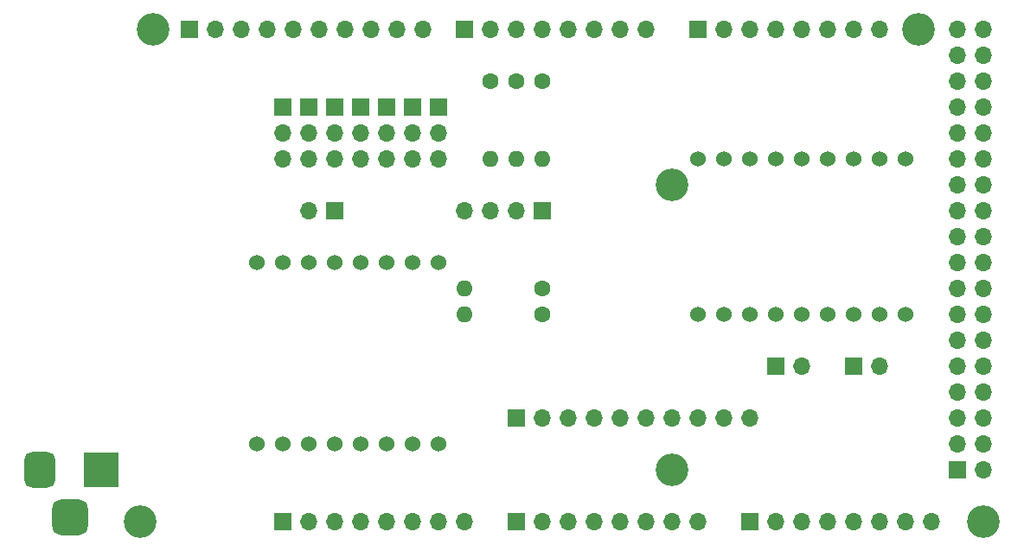
<source format=gbr>
%TF.GenerationSoftware,KiCad,Pcbnew,8.0.8*%
%TF.CreationDate,2025-01-28T02:14:56+09:00*%
%TF.ProjectId,mega_cir,6d656761-5f63-4697-922e-6b696361645f,rev?*%
%TF.SameCoordinates,Original*%
%TF.FileFunction,Soldermask,Top*%
%TF.FilePolarity,Negative*%
%FSLAX46Y46*%
G04 Gerber Fmt 4.6, Leading zero omitted, Abs format (unit mm)*
G04 Created by KiCad (PCBNEW 8.0.8) date 2025-01-28 02:14:56*
%MOMM*%
%LPD*%
G01*
G04 APERTURE LIST*
G04 Aperture macros list*
%AMRoundRect*
0 Rectangle with rounded corners*
0 $1 Rounding radius*
0 $2 $3 $4 $5 $6 $7 $8 $9 X,Y pos of 4 corners*
0 Add a 4 corners polygon primitive as box body*
4,1,4,$2,$3,$4,$5,$6,$7,$8,$9,$2,$3,0*
0 Add four circle primitives for the rounded corners*
1,1,$1+$1,$2,$3*
1,1,$1+$1,$4,$5*
1,1,$1+$1,$6,$7*
1,1,$1+$1,$8,$9*
0 Add four rect primitives between the rounded corners*
20,1,$1+$1,$2,$3,$4,$5,0*
20,1,$1+$1,$4,$5,$6,$7,0*
20,1,$1+$1,$6,$7,$8,$9,0*
20,1,$1+$1,$8,$9,$2,$3,0*%
G04 Aperture macros list end*
%ADD10R,1.700000X1.700000*%
%ADD11O,1.700000X1.700000*%
%ADD12C,1.524000*%
%ADD13C,1.600000*%
%ADD14O,1.600000X1.600000*%
%ADD15R,3.500000X3.500000*%
%ADD16RoundRect,0.750000X-0.750000X-1.000000X0.750000X-1.000000X0.750000X1.000000X-0.750000X1.000000X0*%
%ADD17RoundRect,0.875000X-0.875000X-0.875000X0.875000X-0.875000X0.875000X0.875000X-0.875000X0.875000X0*%
%ADD18C,3.200000*%
G04 APERTURE END LIST*
D10*
%TO.C,D2*%
X53340000Y33020000D03*
D11*
X50800000Y33020000D03*
X48260000Y33020000D03*
X45720000Y33020000D03*
%TD*%
D12*
%TO.C,U2*%
X43180000Y27940000D03*
X40640000Y27940000D03*
X38100000Y27940000D03*
X35560000Y27940000D03*
X33020000Y27940000D03*
X30480000Y27940000D03*
X27940000Y27940000D03*
X25400000Y27940000D03*
X25400000Y10160000D03*
X27940000Y10160000D03*
X30480000Y10160000D03*
X33020000Y10160000D03*
X35560000Y10160000D03*
X38100000Y10160000D03*
X40640000Y10160000D03*
X43180000Y10160000D03*
%TD*%
%TO.C,U1*%
X68580000Y22860000D03*
X71120000Y22860000D03*
X73660000Y22860000D03*
X76200000Y22860000D03*
X78740000Y22860000D03*
X81280000Y22860000D03*
X83820000Y22860000D03*
X86360000Y22860000D03*
X88900000Y22860000D03*
X88900000Y38100000D03*
X86360000Y38100000D03*
X83820000Y38100000D03*
X81280000Y38100000D03*
X78740000Y38100000D03*
X76200000Y38100000D03*
X73660000Y38100000D03*
X71120000Y38100000D03*
X68580000Y38100000D03*
%TD*%
D13*
%TO.C,R5*%
X50800000Y45720000D03*
D14*
X50800000Y38100000D03*
%TD*%
D13*
%TO.C,R4*%
X53340000Y45720000D03*
D14*
X53340000Y38100000D03*
%TD*%
D13*
%TO.C,R3*%
X48260000Y45720000D03*
D14*
X48260000Y38100000D03*
%TD*%
D13*
%TO.C,R2*%
X53340000Y22860000D03*
D14*
X45720000Y22860000D03*
%TD*%
D13*
%TO.C,R1*%
X53340000Y25400000D03*
D14*
X45720000Y25400000D03*
%TD*%
D10*
%TO.C,M7*%
X43180000Y43180000D03*
D11*
X43180000Y40640000D03*
X43180000Y38100000D03*
%TD*%
D10*
%TO.C,M6*%
X40640000Y43180000D03*
D11*
X40640000Y40640000D03*
X40640000Y38100000D03*
%TD*%
%TO.C,M5*%
X38100000Y38100000D03*
X38100000Y40640000D03*
D10*
X38100000Y43180000D03*
%TD*%
%TO.C,M4*%
X35560000Y43180000D03*
D11*
X35560000Y40640000D03*
X35560000Y38100000D03*
%TD*%
D10*
%TO.C,M3*%
X33020000Y43180000D03*
D11*
X33020000Y40640000D03*
X33020000Y38100000D03*
%TD*%
D10*
%TO.C,M2*%
X30480000Y43180000D03*
D11*
X30480000Y40640000D03*
X30480000Y38100000D03*
%TD*%
D10*
%TO.C,M1*%
X27940000Y43180000D03*
D11*
X27940000Y40640000D03*
X27940000Y38100000D03*
%TD*%
%TO.C,J12*%
X30480000Y33020000D03*
D10*
X33020000Y33020000D03*
%TD*%
%TO.C,J11*%
X83820000Y17780000D03*
D11*
X86360000Y17780000D03*
%TD*%
%TO.C,J10*%
X78740000Y17780000D03*
D10*
X76200000Y17780000D03*
%TD*%
D15*
%TO.C,J9*%
X10160000Y7620000D03*
D16*
X4160000Y7620000D03*
D17*
X7160000Y2920000D03*
%TD*%
D10*
%TO.C,J8*%
X50800000Y12700000D03*
D11*
X53340000Y12700000D03*
X55880000Y12700000D03*
X58420000Y12700000D03*
X60960000Y12700000D03*
X63500000Y12700000D03*
X66040000Y12700000D03*
X68580000Y12700000D03*
X71120000Y12700000D03*
X73660000Y12700000D03*
%TD*%
%TO.C,J7*%
X96520000Y50800000D03*
X93980000Y50800000D03*
X96520000Y48260000D03*
X93980000Y48260000D03*
X96520000Y45720000D03*
X93980000Y45720000D03*
X96520000Y43180000D03*
X93980000Y43180000D03*
X96520000Y40640000D03*
X93980000Y40640000D03*
X96520000Y38100000D03*
X93980000Y38100000D03*
X96520000Y35560000D03*
X93980000Y35560000D03*
X96520000Y33020000D03*
X93980000Y33020000D03*
X96520000Y30480000D03*
X93980000Y30480000D03*
X96520000Y27940000D03*
X93980000Y27940000D03*
X96520000Y25400000D03*
X93980000Y25400000D03*
X96520000Y22860000D03*
X93980000Y22860000D03*
X96520000Y20320000D03*
X93980000Y20320000D03*
X96520000Y17780000D03*
X93980000Y17780000D03*
X96520000Y15240000D03*
X93980000Y15240000D03*
X96520000Y12700000D03*
X93980000Y12700000D03*
X96520000Y10160000D03*
X93980000Y10160000D03*
X96520000Y7620000D03*
D10*
X93980000Y7620000D03*
%TD*%
D11*
%TO.C,J1*%
X45720000Y2540000D03*
X43180000Y2540000D03*
X40640000Y2540000D03*
X38100000Y2540000D03*
X35560000Y2540000D03*
X33020000Y2540000D03*
X30480000Y2540000D03*
D10*
X27940000Y2540000D03*
%TD*%
D11*
%TO.C,J3*%
X68580000Y2540000D03*
X66040000Y2540000D03*
X63500000Y2540000D03*
X60960000Y2540000D03*
X58420000Y2540000D03*
X55880000Y2540000D03*
X53340000Y2540000D03*
D10*
X50800000Y2540000D03*
%TD*%
D11*
%TO.C,J5*%
X91440000Y2540000D03*
X88900000Y2540000D03*
X86360000Y2540000D03*
X83820000Y2540000D03*
X81280000Y2540000D03*
X78740000Y2540000D03*
X76200000Y2540000D03*
D10*
X73660000Y2540000D03*
%TD*%
D11*
%TO.C,J2*%
X41656000Y50800000D03*
X39116000Y50800000D03*
X36576000Y50800000D03*
X34036000Y50800000D03*
X31496000Y50800000D03*
X28956000Y50800000D03*
X26416000Y50800000D03*
X23876000Y50800000D03*
X21336000Y50800000D03*
D10*
X18796000Y50800000D03*
%TD*%
D11*
%TO.C,J4*%
X63500000Y50800000D03*
X60960000Y50800000D03*
X58420000Y50800000D03*
X55880000Y50800000D03*
X53340000Y50800000D03*
X50800000Y50800000D03*
X48260000Y50800000D03*
D10*
X45720000Y50800000D03*
%TD*%
D11*
%TO.C,J6*%
X86360000Y50800000D03*
X83820000Y50800000D03*
X81280000Y50800000D03*
X78740000Y50800000D03*
X76200000Y50800000D03*
X73660000Y50800000D03*
X71120000Y50800000D03*
D10*
X68580000Y50800000D03*
%TD*%
D18*
%TO.C,MH6*%
X96520000Y2540000D03*
%TD*%
%TO.C,MH1*%
X15240000Y50800000D03*
%TD*%
%TO.C,MH2*%
X13970000Y2540000D03*
%TD*%
%TO.C,MH3*%
X66040000Y35560000D03*
%TD*%
%TO.C,MH4*%
X66040000Y7620000D03*
%TD*%
%TO.C,MH5*%
X90170000Y50800000D03*
%TD*%
M02*

</source>
